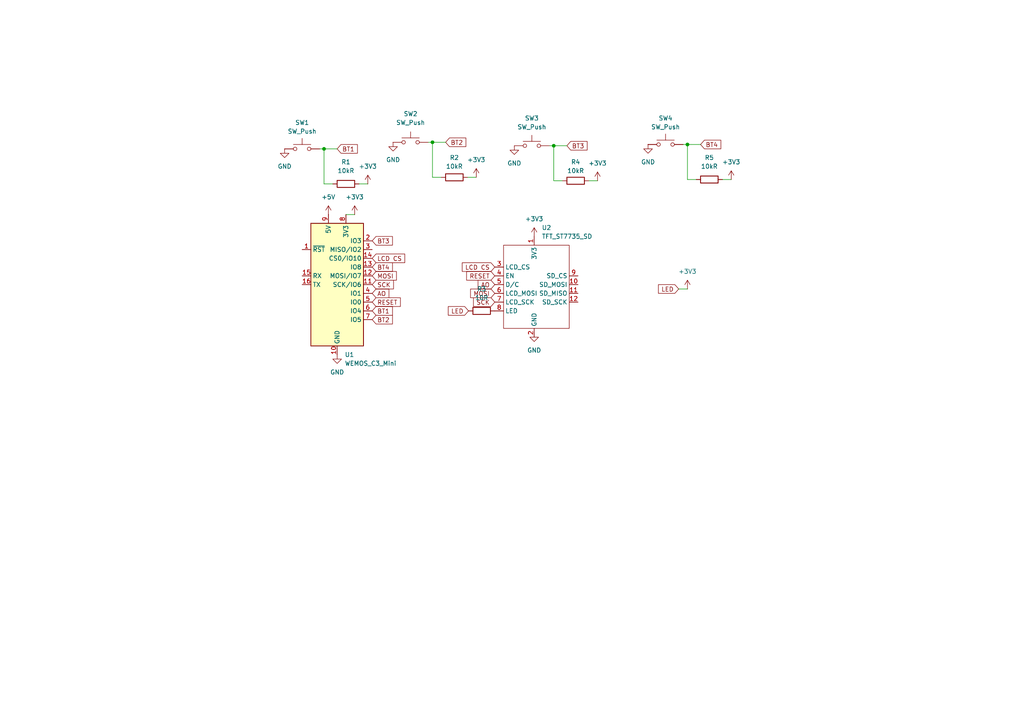
<source format=kicad_sch>
(kicad_sch (version 20231120) (generator "eeschema") (generator_version "8.0")
  (paper "A4")
  (lib_symbols
    (symbol "Device:R" (pin_numbers hide) (pin_names (offset 0))
      (property "Reference" "R" (at 2.032 0 90))
      (property "Value" "R" (at 0 0 90))
      (symbol "R_0_1"
        (rectangle (start -1.016 -2.54) (end 1.016 2.54) (stroke (width 0.254)))
      )
      (symbol "R_1_1"
        (pin passive line (at 0 3.81 270) (length 1.27) (name "~") (number "1"))
        (pin passive line (at 0 -3.81 90) (length 1.27) (name "~") (number "2"))
      )
    )
    (symbol "Switch:SW_Push" (pin_numbers hide) (pin_names (offset 1.016) hide)
      (property "Reference" "SW" (at 1.27 2.54 0))
      (property "Value" "SW_Push" (at 0 -1.524 0))
      (symbol "SW_Push_0_1"
        (circle (center -2.032 0) (radius 0.508))
        (polyline (pts (xy 0 1.27) (xy 0 3.048)))
        (polyline (pts (xy 2.54 1.27) (xy -2.54 1.27)))
        (circle (center 2.032 0) (radius 0.508))
        (pin passive line (at -5.08 0 0) (length 2.54) (name "1") (number "1"))
        (pin passive line (at 5.08 0 180) (length 2.54) (name "2") (number "2"))
      )
    )
    (symbol "asylum-weather:TFT_ST7735_SD"
      (property "Reference" "U" (at 6.858 -15.748 0))
      (property "Value" "TFT_ST7735_SD" (at 13.462 -18.288 0))
      (symbol "TFT_ST7735_SD_0_1"
        (rectangle (start -5.08 10.16) (end 13.97 -13.97))
      )
      (symbol "TFT_ST7735_SD_1_1"
        (pin power_in line (at 3.81 12.7 270) (length 2.54) (name "3V3") (number "1"))
        (pin input line (at 16.51 -1.27 180) (length 2.54) (name "SD_MOSI") (number "10"))
        (pin output line (at 16.51 -3.81 180) (length 2.54) (name "SD_MISO") (number "11"))
        (pin input line (at 16.51 -6.35 180) (length 2.54) (name "SD_SCK") (number "12"))
        (pin power_in line (at 3.81 -16.51 90) (length 2.54) (name "GND") (number "2"))
        (pin input line (at -7.62 3.81 0) (length 2.54) (name "LCD_CS") (number "3"))
        (pin input line (at -7.62 1.27 0) (length 2.54) (name "EN") (number "4"))
        (pin input line (at -7.62 -1.27 0) (length 2.54) (name "D/C") (number "5"))
        (pin input line (at -7.62 -3.81 0) (length 2.54) (name "LCD_MOSI") (number "6"))
        (pin input line (at -7.62 -6.35 0) (length 2.54) (name "LCD_SCK") (number "7"))
        (pin power_in line (at -7.62 -8.89 0) (length 2.54) (name "LED") (number "8"))
        (pin input line (at 16.51 1.27 180) (length 2.54) (name "SD_CS") (number "9"))
      )
    )
    (symbol "asylum-weather:WEMOS_C3_mini"
      (property "Reference" "U1" (at 2.1941 -20.32 0))
      (property "Value" "WEMOS_C3_Mini" (at 2.1941 -22.86 0))
      (symbol "WEMOS_C3_mini_1_1"
        (rectangle (start -7.62 17.78) (end 7.62 -17.78) (stroke (width 0.254)) (fill (type background)))
        (pin input line (at -10.16 10.16 0) (length 2.54) (name "~{RST}") (number "1"))
        (pin power_in line (at 0 -20.32 90) (length 2.54) (name "GND") (number "10"))
        (pin bidirectional line (at 10.16 0 180) (length 2.54) (name "SCK/IO6") (number "11"))
        (pin bidirectional line (at 10.16 2.54 180) (length 2.54) (name "MOSI/IO7") (number "12"))
        (pin bidirectional line (at 10.16 5.08 180) (length 2.54) (name "IO8") (number "13"))
        (pin bidirectional line (at 10.16 7.62 180) (length 2.54) (name "CS0/IO10") (number "14"))
        (pin input line (at -10.16 2.54 0) (length 2.54) (name "RX") (number "15"))
        (pin output line (at -10.16 0 0) (length 2.54) (name "TX") (number "16"))
        (pin input line (at 10.16 12.7 180) (length 2.54) (name "IO3") (number "2"))
        (pin bidirectional line (at 10.16 10.16 180) (length 2.54) (name "MISO/IO2") (number "3"))
        (pin bidirectional line (at 10.16 -2.54 180) (length 2.54) (name "IO1") (number "4"))
        (pin bidirectional line (at 10.16 -5.08 180) (length 2.54) (name "IO0") (number "5"))
        (pin bidirectional line (at 10.16 -7.62 180) (length 2.54) (name "IO4") (number "6"))
        (pin bidirectional line (at 10.16 -10.16 180) (length 2.54) (name "IO5") (number "7"))
        (pin power_out line (at 2.54 20.32 270) (length 2.54) (name "3V3") (number "8"))
        (pin power_in line (at -2.54 20.32 270) (length 2.54) (name "5V") (number "9"))
      )
    )
    (symbol "power:+3V3" (power) (pin_numbers hide) (pin_names (offset 0) hide)
      (property "Value" "+3V3" (at 0 3.556 0))
      (symbol "+3V3_0_1"
        (polyline (pts (xy -0.762 1.27) (xy 0 2.54)))
        (polyline (pts (xy 0 0) (xy 0 2.54)))
        (polyline (pts (xy 0 2.54) (xy 0.762 1.27)))
      )
      (symbol "+3V3_1_1"
        (pin power_in line (at 0 0 90) (length 0) (name "~") (number "1"))
      )
    )
    (symbol "power:+5V" (power) (pin_numbers hide) (pin_names (offset 0) hide)
      (property "Value" "+5V" (at 0 3.556 0))
      (symbol "+5V_0_1"
        (polyline (pts (xy -0.762 1.27) (xy 0 2.54)))
        (polyline (pts (xy 0 0) (xy 0 2.54)))
        (polyline (pts (xy 0 2.54) (xy 0.762 1.27)))
      )
      (symbol "+5V_1_1"
        (pin power_in line (at 0 0 90) (length 0) (name "~") (number "1"))
      )
    )
    (symbol "power:GND" (power) (pin_numbers hide) (pin_names (offset 0) hide)
      (property "Value" "GND" (at 0 -3.81 0))
      (symbol "GND_0_1"
        (polyline (pts (xy 0 0) (xy 0 -1.27) (xy 1.27 -1.27) (xy 0 -2.54) (xy -1.27 -1.27) (xy 0 -1.27)))
      )
      (symbol "GND_1_1"
        (pin power_in line (at 0 0 270) (length 0) (name "~") (number "1"))
      )
    )
  )
  (junction (at 93.98 43.18))
  (junction (at 125.4371 41.2678))
  (junction (at 160.6086 42.2727))
  (junction (at 199.39 41.91))
  (wire (pts (xy 125.4371 41.2678) (xy 125.4371 51.4278)))
  (wire (pts (xy 160.6086 52.4327) (xy 163.1486 52.4327)))
  (wire (pts (xy 125.4371 41.2678) (xy 124.1671 41.2678)))
  (wire (pts (xy 160.6086 42.2727) (xy 159.3386 42.2727)))
  (wire (pts (xy 199.39 83.82) (xy 196.85 83.82)))
  (wire (pts (xy 212.09 52.07) (xy 209.55 52.07)))
  (wire (pts (xy 203.2 41.91) (xy 199.39 41.91)))
  (wire (pts (xy 93.98 43.18) (xy 93.98 53.34)))
  (wire (pts (xy 106.68 53.34) (xy 104.14 53.34)))
  (wire (pts (xy 199.39 41.91) (xy 199.39 52.07)))
  (wire (pts (xy 93.98 53.34) (xy 96.52 53.34)))
  (wire (pts (xy 93.98 43.18) (xy 92.71 43.18)))
  (wire (pts (xy 125.4371 51.4278) (xy 127.9771 51.4278)))
  (wire (pts (xy 199.39 52.07) (xy 201.93 52.07)))
  (wire (pts (xy 138.1371 51.4278) (xy 135.5971 51.4278)))
  (wire (pts (xy 164.4186 42.2727) (xy 160.6086 42.2727)))
  (wire (pts (xy 199.39 41.91) (xy 198.12 41.91)))
  (wire (pts (xy 129.2471 41.2678) (xy 125.4371 41.2678)))
  (wire (pts (xy 102.87 62.23) (xy 100.33 62.23)))
  (wire (pts (xy 173.3086 52.4327) (xy 170.7686 52.4327)))
  (wire (pts (xy 97.79 43.18) (xy 93.98 43.18)))
  (wire (pts (xy 160.6086 42.2727) (xy 160.6086 52.4327)))
  (global_label "BT4" (shape input) (at 107.95 77.47 0) (property "Intersheetrefs" "${INTERSHEET_REFS}" (effects (hide yes))))
  (global_label "LCD CS" (shape input) (at 143.51 77.47 180) (property "Intersheetrefs" "${INTERSHEET_REFS}" (effects (hide yes))))
  (global_label "LCD CS" (shape input) (at 107.95 74.93 0) (property "Intersheetrefs" "${INTERSHEET_REFS}" (effects (hide yes))))
  (global_label "SCK" (shape input) (at 143.51 87.63 180) (property "Intersheetrefs" "${INTERSHEET_REFS}" (effects (hide yes))))
  (global_label "AO" (shape input) (at 143.51 82.55 180) (property "Intersheetrefs" "${INTERSHEET_REFS}" (effects (hide yes))))
  (global_label "BT3" (shape input) (at 107.95 69.85 0) (property "Intersheetrefs" "${INTERSHEET_REFS}" (effects (hide yes))))
  (global_label "BT2" (shape input) (at 129.2471 41.2678 0) (property "Intersheetrefs" "${INTERSHEET_REFS}" (effects (hide yes))))
  (global_label "BT1" (shape input) (at 97.79 43.18 0) (property "Intersheetrefs" "${INTERSHEET_REFS}" (effects (hide yes))))
  (global_label "SCK" (shape input) (at 107.95 82.55 0) (property "Intersheetrefs" "${INTERSHEET_REFS}" (effects (hide yes))))
  (global_label "BT2" (shape input) (at 107.95 92.71 0) (property "Intersheetrefs" "${INTERSHEET_REFS}" (effects (hide yes))))
  (global_label "MOSI" (shape input) (at 143.51 85.09 180) (property "Intersheetrefs" "${INTERSHEET_REFS}" (effects (hide yes))))
  (global_label "MOSI" (shape input) (at 107.95 80.01 0) (property "Intersheetrefs" "${INTERSHEET_REFS}" (effects (hide yes))))
  (global_label "LED" (shape input) (at 135.89 90.17 180) (property "Intersheetrefs" "${INTERSHEET_REFS}" (effects (hide yes))))
  (global_label "BT3" (shape input) (at 164.4186 42.2727 0) (property "Intersheetrefs" "${INTERSHEET_REFS}" (effects (hide yes))))
  (global_label "LED" (shape input) (at 196.85 83.82 180) (property "Intersheetrefs" "${INTERSHEET_REFS}" (effects (hide yes))))
  (global_label "BT4" (shape input) (at 203.2 41.91 0) (property "Intersheetrefs" "${INTERSHEET_REFS}" (effects (hide yes))))
  (global_label "BT1" (shape input) (at 107.95 90.17 0) (property "Intersheetrefs" "${INTERSHEET_REFS}" (effects (hide yes))))
  (global_label "AO" (shape input) (at 107.95 85.09 0) (property "Intersheetrefs" "${INTERSHEET_REFS}" (effects (hide yes))))
  (global_label "RESET" (shape input) (at 107.95 87.63 0) (property "Intersheetrefs" "${INTERSHEET_REFS}" (effects (hide yes))))
  (global_label "RESET" (shape input) (at 143.51 80.01 180) (property "Intersheetrefs" "${INTERSHEET_REFS}" (effects (hide yes))))
  (symbol (lib_id "power:+3V3") (at 106.68 53.34 0) (unit 1)
    (property "Reference" "#PWR05" (effects (hide yes)))
    (property "Value" "+3V3" (at 106.68 48.26 0))
    (property "Description" "Power symbol creates a global label with name \"+3V3\"" (effects (hide yes)))
  )
  (symbol (lib_id "power:GND") (at 97.79 102.87 0) (unit 1)
    (property "Reference" "#PWR03" (effects (hide yes)))
    (property "Value" "GND" (at 97.79 107.95 0))
    (property "Description" "Power symbol creates a global label with name \"GND\" , ground" (effects (hide yes)))
  )
  (symbol (lib_id "power:GND") (at 82.55 43.18 0) (unit 1)
    (property "Reference" "#PWR01" (effects (hide yes)))
    (property "Value" "GND" (at 82.55 48.26 0))
    (property "Description" "Power symbol creates a global label with name \"GND\" , ground" (effects (hide yes)))
  )
  (symbol (lib_id "Switch:SW_Push") (at 87.63 43.18 0) (unit 1)
    (property "Reference" "SW1" (at 87.63 35.56 0))
    (property "Value" "SW_Push" (at 87.63 38.1 0))
    (property "Footprint" "Button_Switch_THT:SW_PUSH_6mm_H5mm" (effects (hide yes)))
    (property "Description" "Push button switch, generic, two pins" (effects (hide yes)))
  )
  (symbol (lib_id "power:GND") (at 114.0071 41.2678 0) (unit 1)
    (property "Reference" "#PWR06" (effects (hide yes)))
    (property "Value" "GND" (at 114.0071 46.3478 0))
    (property "Description" "Power symbol creates a global label with name \"GND\" , ground" (effects (hide yes)))
  )
  (symbol (lib_id "Device:R") (at 166.9586 52.4327 90) (unit 1)
    (property "Reference" "R4" (at 166.9586 46.99 90))
    (property "Value" "10kR" (at 166.9586 49.53 90))
    (property "Footprint" "Resistor_THT:R_Axial_DIN0204_L3.6mm_D1.6mm_P7.62mm_Horizontal" (effects (hide yes)))
    (property "Description" "Resistor" (effects (hide yes)))
  )
  (symbol (lib_id "Switch:SW_Push") (at 154.2586 42.2727 0) (unit 1)
    (property "Reference" "SW3" (at 154.2586 34.29 0))
    (property "Value" "SW_Push" (at 154.2586 36.83 0))
    (property "Footprint" "Button_Switch_THT:SW_PUSH_6mm_H5mm" (effects (hide yes)))
    (property "Description" "Push button switch, generic, two pins" (effects (hide yes)))
  )
  (symbol (lib_id "power:+3V3") (at 199.39 83.82 0) (unit 1)
    (property "Reference" "#PWR013" (effects (hide yes)))
    (property "Value" "+3V3" (at 199.39 78.74 0))
    (property "Description" "Power symbol creates a global label with name \"+3V3\"" (effects (hide yes)))
  )
  (symbol (lib_id "Switch:SW_Push") (at 119.0871 41.2678 0) (unit 1)
    (property "Reference" "SW2" (at 119.0871 33.02 0))
    (property "Value" "SW_Push" (at 119.0871 35.56 0))
    (property "Footprint" "Button_Switch_THT:SW_PUSH_6mm_H5mm" (effects (hide yes)))
    (property "Description" "Push button switch, generic, two pins" (effects (hide yes)))
  )
  (symbol (lib_id "power:+5V") (at 95.25 62.23 0) (unit 1)
    (property "Reference" "#PWR02" (effects (hide yes)))
    (property "Value" "+5V" (at 95.25 57.15 0))
    (property "Description" "Power symbol creates a global label with name \"+5V\"" (effects (hide yes)))
  )
  (symbol (lib_id "asylum-weather:WEMOS_C3_mini") (at 97.79 82.55 0) (unit 1)
    (property "Reference" "U1" (at 99.9841 102.87 0) (effects (justify left)))
    (property "Value" "WEMOS_C3_Mini" (at 99.9841 105.41 0) (effects (justify left)))
    (property "Footprint" "RF_Module:WEMOS_D1_mini_light" (effects (hide yes)))
    (property "Datasheet" "https://wiki.wemos.cc/products:d1:d1_mini#documentation" (effects (hide yes)))
    (property "Description" "32-bit microcontroller module with WiFi" (effects (hide yes)))
  )
  (symbol (lib_id "Device:R") (at 100.33 53.34 90) (unit 1)
    (property "Reference" "R1" (at 100.33 46.99 90))
    (property "Value" "10kR" (at 100.33 49.53 90))
    (property "Footprint" "Resistor_THT:R_Axial_DIN0204_L3.6mm_D1.6mm_P7.62mm_Horizontal" (effects (hide yes)))
    (property "Description" "Resistor" (effects (hide yes)))
  )
  (symbol (lib_id "power:+3V3") (at 102.87 62.23 0) (unit 1)
    (property "Reference" "#PWR04" (effects (hide yes)))
    (property "Value" "+3V3" (at 102.87 57.15 0))
    (property "Description" "Power symbol creates a global label with name \"+3V3\"" (effects (hide yes)))
  )
  (symbol (lib_id "power:+3V3") (at 138.1371 51.4278 0) (unit 1)
    (property "Reference" "#PWR07" (effects (hide yes)))
    (property "Value" "+3V3" (at 138.1371 46.3478 0))
    (property "Description" "Power symbol creates a global label with name \"+3V3\"" (effects (hide yes)))
  )
  (symbol (lib_id "power:GND") (at 149.1786 42.2727 0) (unit 1)
    (property "Reference" "#PWR08" (effects (hide yes)))
    (property "Value" "GND" (at 149.1786 47.3527 0))
    (property "Description" "Power symbol creates a global label with name \"GND\" , ground" (effects (hide yes)))
  )
  (symbol (lib_id "power:+3V3") (at 173.3086 52.4327 0) (unit 1)
    (property "Reference" "#PWR011" (effects (hide yes)))
    (property "Value" "+3V3" (at 173.3086 47.3527 0))
    (property "Description" "Power symbol creates a global label with name \"+3V3\"" (effects (hide yes)))
  )
  (symbol (lib_id "Device:R") (at 139.7 90.17 270) (unit 1)
    (property "Reference" "R3" (at 139.7 83.82 90))
    (property "Value" "10R" (at 139.7 86.36 90))
    (property "Footprint" "Resistor_THT:R_Axial_DIN0204_L3.6mm_D1.6mm_P7.62mm_Horizontal" (effects (hide yes)))
    (property "Description" "Resistor" (effects (hide yes)))
  )
  (symbol (lib_id "Switch:SW_Push") (at 193.04 41.91 0) (unit 1)
    (property "Reference" "SW4" (at 193.04 34.29 0))
    (property "Value" "SW_Push" (at 193.04 36.83 0))
    (property "Footprint" "Button_Switch_THT:SW_PUSH_6mm_H5mm" (effects (hide yes)))
    (property "Description" "Push button switch, generic, two pins" (effects (hide yes)))
  )
  (symbol (lib_id "asylum-weather:TFT_ST7735_SD") (at 151.13 81.28 0) (unit 1)
    (property "Reference" "U2" (at 157.1341 66.04 0) (effects (justify left)))
    (property "Value" "TFT_ST7735_SD" (at 157.1341 68.58 0) (effects (justify left)))
    (property "Footprint" "asylum-weather:TFT_ST7735_SD" (effects (hide yes)))
  )
  (symbol (lib_id "power:+3V3") (at 212.09 52.07 0) (unit 1)
    (property "Reference" "#PWR014" (effects (hide yes)))
    (property "Value" "+3V3" (at 212.09 46.99 0))
    (property "Description" "Power symbol creates a global label with name \"+3V3\"" (effects (hide yes)))
  )
  (symbol (lib_id "power:GND") (at 154.94 96.52 0) (unit 1)
    (property "Reference" "#PWR010" (effects (hide yes)))
    (property "Value" "GND" (at 154.94 101.6 0))
    (property "Description" "Power symbol creates a global label with name \"GND\" , ground" (effects (hide yes)))
  )
  (symbol (lib_id "Device:R") (at 205.74 52.07 90) (unit 1)
    (property "Reference" "R5" (at 205.74 45.72 90))
    (property "Value" "10kR" (at 205.74 48.26 90))
    (property "Footprint" "Resistor_THT:R_Axial_DIN0204_L3.6mm_D1.6mm_P7.62mm_Horizontal" (effects (hide yes)))
    (property "Description" "Resistor" (effects (hide yes)))
  )
  (symbol (lib_id "power:+3V3") (at 154.94 68.58 0) (unit 1)
    (property "Reference" "#PWR09" (effects (hide yes)))
    (property "Value" "+3V3" (at 154.94 63.5 0))
    (property "Description" "Power symbol creates a global label with name \"+3V3\"" (effects (hide yes)))
  )
  (symbol (lib_id "Device:R") (at 131.7871 51.4278 90) (unit 1)
    (property "Reference" "R2" (at 131.7871 45.72 90))
    (property "Value" "10kR" (at 131.7871 48.26 90))
    (property "Footprint" "Resistor_THT:R_Axial_DIN0204_L3.6mm_D1.6mm_P7.62mm_Horizontal" (effects (hide yes)))
    (property "Description" "Resistor" (effects (hide yes)))
  )
  (symbol (lib_id "power:GND") (at 187.96 41.91 0) (unit 1)
    (property "Reference" "#PWR012" (effects (hide yes)))
    (property "Value" "GND" (at 187.96 46.99 0))
    (property "Description" "Power symbol creates a global label with name \"GND\" , ground" (effects (hide yes)))
  )
)
</source>
